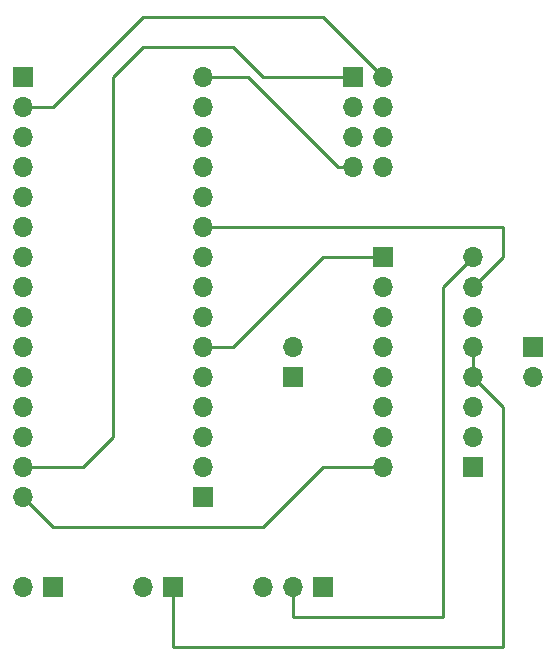
<source format=gbl>
G04 #@! TF.FileFunction,Copper,L2,Bot,Signal*
%FSLAX46Y46*%
G04 Gerber Fmt 4.6, Leading zero omitted, Abs format (unit mm)*
G04 Created by KiCad (PCBNEW 4.0.7) date 02/27/18 09:42:24*
%MOMM*%
%LPD*%
G01*
G04 APERTURE LIST*
%ADD10C,0.100000*%
%ADD11R,1.700000X1.700000*%
%ADD12O,1.700000X1.700000*%
%ADD13C,0.250000*%
G04 APERTURE END LIST*
D10*
D11*
X182880000Y-127000000D03*
D12*
X180340000Y-127000000D03*
D11*
X185420000Y-119380000D03*
D12*
X185420000Y-116840000D03*
X185420000Y-114300000D03*
X185420000Y-111760000D03*
X185420000Y-109220000D03*
X185420000Y-106680000D03*
X185420000Y-104140000D03*
X185420000Y-101600000D03*
X185420000Y-99060000D03*
X185420000Y-96520000D03*
X185420000Y-93980000D03*
X185420000Y-91440000D03*
X185420000Y-88900000D03*
X185420000Y-86360000D03*
X185420000Y-83820000D03*
D11*
X208280000Y-116840000D03*
D12*
X208280000Y-114300000D03*
X208280000Y-111760000D03*
X208280000Y-109220000D03*
X208280000Y-106680000D03*
X208280000Y-104140000D03*
X208280000Y-101600000D03*
X208280000Y-99060000D03*
D11*
X200660000Y-99060000D03*
D12*
X200660000Y-101600000D03*
X200660000Y-104140000D03*
X200660000Y-106680000D03*
X200660000Y-109220000D03*
X200660000Y-111760000D03*
X200660000Y-114300000D03*
X200660000Y-116840000D03*
D11*
X193040000Y-109220000D03*
D12*
X193040000Y-106680000D03*
D11*
X213360000Y-106680000D03*
D12*
X213360000Y-109220000D03*
D11*
X198120000Y-83820000D03*
D12*
X200660000Y-83820000D03*
X198120000Y-86360000D03*
X200660000Y-86360000D03*
X198120000Y-88900000D03*
X200660000Y-88900000D03*
X198120000Y-91440000D03*
X200660000Y-91440000D03*
D11*
X195580000Y-127000000D03*
D12*
X193040000Y-127000000D03*
X190500000Y-127000000D03*
D11*
X172720000Y-127000000D03*
D12*
X170180000Y-127000000D03*
D11*
X170180000Y-83820000D03*
D12*
X170180000Y-86360000D03*
X170180000Y-88900000D03*
X170180000Y-91440000D03*
X170180000Y-93980000D03*
X170180000Y-96520000D03*
X170180000Y-99060000D03*
X170180000Y-101600000D03*
X170180000Y-104140000D03*
X170180000Y-106680000D03*
X170180000Y-109220000D03*
X170180000Y-111760000D03*
X170180000Y-114300000D03*
X170180000Y-116840000D03*
X170180000Y-119380000D03*
D13*
X208280000Y-109220000D02*
X210820000Y-111760000D01*
X182880000Y-132080000D02*
X182880000Y-127000000D01*
X210820000Y-132080000D02*
X182880000Y-132080000D01*
X210820000Y-111760000D02*
X210820000Y-132080000D01*
X208280000Y-109220000D02*
X208280000Y-106680000D01*
X200660000Y-99060000D02*
X195580000Y-99060000D01*
X187960000Y-106680000D02*
X185420000Y-106680000D01*
X195580000Y-99060000D02*
X187960000Y-106680000D01*
X208280000Y-101600000D02*
X210820000Y-99060000D01*
X210820000Y-96520000D02*
X185420000Y-96520000D01*
X210820000Y-99060000D02*
X210820000Y-96520000D01*
X198120000Y-91440000D02*
X196850000Y-91440000D01*
X189230000Y-83820000D02*
X185420000Y-83820000D01*
X196850000Y-91440000D02*
X189230000Y-83820000D01*
X208280000Y-99060000D02*
X205740000Y-101600000D01*
X193040000Y-129540000D02*
X193040000Y-127000000D01*
X205740000Y-129540000D02*
X193040000Y-129540000D01*
X205740000Y-121920000D02*
X205740000Y-129540000D01*
X205740000Y-104140000D02*
X205740000Y-121920000D01*
X205740000Y-101600000D02*
X205740000Y-104140000D01*
X200660000Y-116840000D02*
X195580000Y-116840000D01*
X172720000Y-121920000D02*
X170180000Y-119380000D01*
X190500000Y-121920000D02*
X172720000Y-121920000D01*
X195580000Y-116840000D02*
X190500000Y-121920000D01*
X198120000Y-83820000D02*
X190500000Y-83820000D01*
X175260000Y-116840000D02*
X170180000Y-116840000D01*
X177800000Y-114300000D02*
X175260000Y-116840000D01*
X177800000Y-83820000D02*
X177800000Y-114300000D01*
X180340000Y-81280000D02*
X177800000Y-83820000D01*
X187960000Y-81280000D02*
X180340000Y-81280000D01*
X190500000Y-83820000D02*
X187960000Y-81280000D01*
X200660000Y-83820000D02*
X195580000Y-78740000D01*
X172720000Y-86360000D02*
X170180000Y-86360000D01*
X180340000Y-78740000D02*
X172720000Y-86360000D01*
X195580000Y-78740000D02*
X180340000Y-78740000D01*
M02*

</source>
